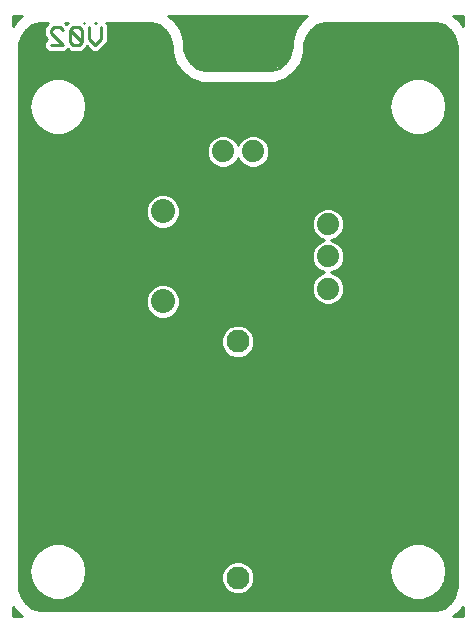
<source format=gbl>
G75*
%MOIN*%
%OFA0B0*%
%FSLAX25Y25*%
%IPPOS*%
%LPD*%
%AMOC8*
5,1,8,0,0,1.08239X$1,22.5*
%
%ADD10C,0.01100*%
%ADD11C,0.07400*%
%ADD12C,0.08000*%
%ADD13C,0.07677*%
%ADD14C,0.01000*%
D10*
X0034351Y0230550D02*
X0038287Y0230550D01*
X0034351Y0234487D01*
X0034351Y0235471D01*
X0035335Y0236455D01*
X0037303Y0236455D01*
X0038287Y0235471D01*
X0040796Y0235471D02*
X0044733Y0231534D01*
X0043749Y0230550D01*
X0041780Y0230550D01*
X0040796Y0231534D01*
X0040796Y0235471D01*
X0041780Y0236455D01*
X0043749Y0236455D01*
X0044733Y0235471D01*
X0044733Y0231534D01*
X0047242Y0232518D02*
X0047242Y0236455D01*
X0051178Y0236455D02*
X0051178Y0232518D01*
X0049210Y0230550D01*
X0047242Y0232518D01*
D11*
X0091728Y0195000D03*
X0101728Y0195000D03*
X0126728Y0170700D03*
X0126728Y0160000D03*
X0126728Y0149300D03*
D12*
X0071728Y0145000D03*
X0071728Y0175000D03*
D13*
X0096728Y0131654D03*
X0096728Y0052913D03*
D14*
X0024906Y0040000D02*
X0021728Y0040000D01*
X0024906Y0040000D01*
X0023066Y0041337D01*
X0023066Y0041337D01*
X0023066Y0041337D01*
X0021728Y0043178D01*
X0021728Y0040000D01*
X0021728Y0040999D02*
X0023532Y0040999D01*
X0022586Y0041997D02*
X0021728Y0041997D01*
X0021728Y0042996D02*
X0021861Y0042996D01*
X0025722Y0044993D02*
X0167735Y0044993D01*
X0167314Y0044414D02*
X0165315Y0042961D01*
X0162964Y0042197D01*
X0161728Y0042100D01*
X0031728Y0042100D01*
X0030493Y0042197D01*
X0028142Y0042961D01*
X0026142Y0044414D01*
X0024689Y0046413D01*
X0023926Y0048764D01*
X0023828Y0050000D01*
X0023828Y0230000D01*
X0023926Y0231236D01*
X0024689Y0233587D01*
X0026142Y0235586D01*
X0028142Y0237039D01*
X0030493Y0237803D01*
X0031728Y0237900D01*
X0033598Y0237900D01*
X0033085Y0237387D01*
X0032857Y0237159D01*
X0032101Y0236403D01*
X0032101Y0233555D01*
X0033137Y0232518D01*
X0032101Y0231482D01*
X0032101Y0229618D01*
X0033419Y0228300D01*
X0039219Y0228300D01*
X0040034Y0229115D01*
X0040848Y0228300D01*
X0044681Y0228300D01*
X0045665Y0229284D01*
X0046479Y0230099D01*
X0048278Y0228300D01*
X0050142Y0228300D01*
X0051460Y0229618D01*
X0053428Y0231586D01*
X0053428Y0237387D01*
X0052915Y0237900D01*
X0066728Y0237900D01*
X0067964Y0237803D01*
X0070315Y0237039D01*
X0072314Y0235586D01*
X0073767Y0233587D01*
X0074531Y0231236D01*
X0074628Y0230000D01*
X0074628Y0228084D01*
X0075813Y0224438D01*
X0078066Y0221337D01*
X0081167Y0219084D01*
X0084812Y0217900D01*
X0087598Y0217900D01*
X0105858Y0217900D01*
X0108645Y0217900D01*
X0112290Y0219084D01*
X0115391Y0221337D01*
X0117644Y0224438D01*
X0117644Y0224438D01*
X0118828Y0228084D01*
X0118828Y0230000D01*
X0118926Y0231236D01*
X0119689Y0233587D01*
X0121142Y0235586D01*
X0123142Y0237039D01*
X0125493Y0237803D01*
X0126728Y0237900D01*
X0161728Y0237900D01*
X0162964Y0237803D01*
X0165315Y0237039D01*
X0167314Y0235586D01*
X0168767Y0233587D01*
X0169531Y0231236D01*
X0169628Y0230000D01*
X0169628Y0050000D01*
X0169531Y0048764D01*
X0168767Y0046413D01*
X0167314Y0044414D01*
X0166737Y0043994D02*
X0026720Y0043994D01*
X0028094Y0042996D02*
X0165362Y0042996D01*
X0168550Y0040000D02*
X0171728Y0040000D01*
X0171728Y0043178D01*
X0170391Y0041337D01*
X0170391Y0041337D01*
X0170391Y0041337D01*
X0168550Y0040000D01*
X0171728Y0040000D01*
X0171728Y0040999D02*
X0169925Y0040999D01*
X0170870Y0041997D02*
X0171728Y0041997D01*
X0171728Y0042996D02*
X0171596Y0042996D01*
X0168460Y0045991D02*
X0159460Y0045991D01*
X0158386Y0045600D02*
X0161501Y0046734D01*
X0164040Y0048865D01*
X0165698Y0051735D01*
X0165698Y0051735D01*
X0166273Y0055000D01*
X0165698Y0058265D01*
X0164040Y0061135D01*
X0164040Y0061135D01*
X0161501Y0063266D01*
X0161501Y0063266D01*
X0158386Y0064400D01*
X0155071Y0064400D01*
X0151956Y0063266D01*
X0149416Y0061135D01*
X0147759Y0058265D01*
X0147759Y0058265D01*
X0147183Y0055000D01*
X0147759Y0051735D01*
X0149416Y0048865D01*
X0149416Y0048865D01*
X0151956Y0046734D01*
X0155071Y0045600D01*
X0157598Y0045600D01*
X0158386Y0045600D01*
X0158386Y0045600D01*
X0161501Y0046734D02*
X0161501Y0046734D01*
X0161806Y0046990D02*
X0168954Y0046990D01*
X0169279Y0047988D02*
X0162996Y0047988D01*
X0164040Y0048865D02*
X0164040Y0048865D01*
X0164040Y0048865D01*
X0164111Y0048987D02*
X0169549Y0048987D01*
X0169627Y0049985D02*
X0164687Y0049985D01*
X0165264Y0050984D02*
X0169628Y0050984D01*
X0169628Y0051982D02*
X0165741Y0051982D01*
X0165917Y0052981D02*
X0169628Y0052981D01*
X0169628Y0053979D02*
X0166093Y0053979D01*
X0166269Y0054978D02*
X0169628Y0054978D01*
X0169628Y0055976D02*
X0166101Y0055976D01*
X0166273Y0055000D02*
X0166273Y0055000D01*
X0165925Y0056975D02*
X0169628Y0056975D01*
X0169628Y0057973D02*
X0165749Y0057973D01*
X0165698Y0058265D02*
X0165698Y0058265D01*
X0165289Y0058972D02*
X0169628Y0058972D01*
X0169628Y0059970D02*
X0164713Y0059970D01*
X0164136Y0060969D02*
X0169628Y0060969D01*
X0169628Y0061967D02*
X0163049Y0061967D01*
X0161859Y0062966D02*
X0169628Y0062966D01*
X0169628Y0063964D02*
X0159583Y0063964D01*
X0153874Y0063964D02*
X0039583Y0063964D01*
X0038386Y0064400D02*
X0035071Y0064400D01*
X0031956Y0063266D01*
X0029416Y0061135D01*
X0027759Y0058265D01*
X0027183Y0055000D01*
X0027759Y0051735D01*
X0029416Y0048865D01*
X0029416Y0048865D01*
X0031956Y0046734D01*
X0035071Y0045600D01*
X0035858Y0045600D01*
X0038386Y0045600D01*
X0041501Y0046734D01*
X0044040Y0048865D01*
X0045698Y0051735D01*
X0045698Y0051735D01*
X0046273Y0055000D01*
X0045698Y0058265D01*
X0044040Y0061135D01*
X0044040Y0061135D01*
X0041501Y0063266D01*
X0041501Y0063266D01*
X0038386Y0064400D01*
X0041859Y0062966D02*
X0151598Y0062966D01*
X0151956Y0063266D02*
X0151956Y0063266D01*
X0150408Y0061967D02*
X0043049Y0061967D01*
X0044136Y0060969D02*
X0149320Y0060969D01*
X0149416Y0061135D02*
X0149416Y0061135D01*
X0149416Y0061135D01*
X0148744Y0059970D02*
X0044713Y0059970D01*
X0045289Y0058972D02*
X0148167Y0058972D01*
X0147708Y0057973D02*
X0098986Y0057973D01*
X0099866Y0057609D02*
X0097830Y0058452D01*
X0095627Y0058452D01*
X0093591Y0057609D01*
X0092033Y0056051D01*
X0091190Y0054015D01*
X0091190Y0051812D01*
X0092033Y0049776D01*
X0093591Y0048218D01*
X0095627Y0047375D01*
X0097830Y0047375D01*
X0099866Y0048218D01*
X0101424Y0049776D01*
X0102267Y0051812D01*
X0102267Y0054015D01*
X0101424Y0056051D01*
X0099866Y0057609D01*
X0100500Y0056975D02*
X0147532Y0056975D01*
X0147355Y0055976D02*
X0101455Y0055976D01*
X0101868Y0054978D02*
X0147187Y0054978D01*
X0147183Y0055000D02*
X0147183Y0055000D01*
X0147363Y0053979D02*
X0102267Y0053979D01*
X0102267Y0052981D02*
X0147539Y0052981D01*
X0147715Y0051982D02*
X0102267Y0051982D01*
X0101924Y0050984D02*
X0148193Y0050984D01*
X0147759Y0051735D02*
X0147759Y0051735D01*
X0148770Y0049985D02*
X0101510Y0049985D01*
X0100634Y0048987D02*
X0149346Y0048987D01*
X0150461Y0047988D02*
X0099311Y0047988D01*
X0094146Y0047988D02*
X0042996Y0047988D01*
X0044040Y0048865D02*
X0044040Y0048865D01*
X0044040Y0048865D01*
X0044111Y0048987D02*
X0092822Y0048987D01*
X0091946Y0049985D02*
X0044687Y0049985D01*
X0045264Y0050984D02*
X0091533Y0050984D01*
X0091190Y0051982D02*
X0045741Y0051982D01*
X0045917Y0052981D02*
X0091190Y0052981D01*
X0091190Y0053979D02*
X0046093Y0053979D01*
X0046269Y0054978D02*
X0091588Y0054978D01*
X0092002Y0055976D02*
X0046101Y0055976D01*
X0046273Y0055000D02*
X0046273Y0055000D01*
X0045925Y0056975D02*
X0092957Y0056975D01*
X0094471Y0057973D02*
X0045749Y0057973D01*
X0045698Y0058265D02*
X0045698Y0058265D01*
X0033874Y0063964D02*
X0023828Y0063964D01*
X0023828Y0062966D02*
X0031598Y0062966D01*
X0031956Y0063266D02*
X0031956Y0063266D01*
X0030408Y0061967D02*
X0023828Y0061967D01*
X0023828Y0060969D02*
X0029320Y0060969D01*
X0028744Y0059970D02*
X0023828Y0059970D01*
X0023828Y0058972D02*
X0028167Y0058972D01*
X0027759Y0058265D02*
X0027759Y0058265D01*
X0027708Y0057973D02*
X0023828Y0057973D01*
X0023828Y0056975D02*
X0027532Y0056975D01*
X0027355Y0055976D02*
X0023828Y0055976D01*
X0023828Y0054978D02*
X0027187Y0054978D01*
X0027363Y0053979D02*
X0023828Y0053979D01*
X0023828Y0052981D02*
X0027539Y0052981D01*
X0027715Y0051982D02*
X0023828Y0051982D01*
X0023828Y0050984D02*
X0028193Y0050984D01*
X0027759Y0051735D02*
X0027759Y0051735D01*
X0028770Y0049985D02*
X0023830Y0049985D01*
X0023908Y0048987D02*
X0029346Y0048987D01*
X0030461Y0047988D02*
X0024178Y0047988D01*
X0024502Y0046990D02*
X0031651Y0046990D01*
X0031956Y0046734D02*
X0031956Y0046734D01*
X0033996Y0045991D02*
X0024996Y0045991D01*
X0039460Y0045991D02*
X0153996Y0045991D01*
X0151956Y0046734D02*
X0151956Y0046734D01*
X0151651Y0046990D02*
X0041806Y0046990D01*
X0041501Y0046734D02*
X0041501Y0046734D01*
X0023828Y0064963D02*
X0169628Y0064963D01*
X0169628Y0065961D02*
X0023828Y0065961D01*
X0023828Y0066960D02*
X0169628Y0066960D01*
X0169628Y0067958D02*
X0023828Y0067958D01*
X0023828Y0068957D02*
X0169628Y0068957D01*
X0169628Y0069955D02*
X0023828Y0069955D01*
X0023828Y0070954D02*
X0169628Y0070954D01*
X0169628Y0071952D02*
X0023828Y0071952D01*
X0023828Y0072951D02*
X0169628Y0072951D01*
X0169628Y0073949D02*
X0023828Y0073949D01*
X0023828Y0074948D02*
X0169628Y0074948D01*
X0169628Y0075946D02*
X0023828Y0075946D01*
X0023828Y0076945D02*
X0169628Y0076945D01*
X0169628Y0077943D02*
X0023828Y0077943D01*
X0023828Y0078942D02*
X0169628Y0078942D01*
X0169628Y0079940D02*
X0023828Y0079940D01*
X0023828Y0080939D02*
X0169628Y0080939D01*
X0169628Y0081937D02*
X0023828Y0081937D01*
X0023828Y0082936D02*
X0169628Y0082936D01*
X0169628Y0083934D02*
X0023828Y0083934D01*
X0023828Y0084933D02*
X0169628Y0084933D01*
X0169628Y0085932D02*
X0023828Y0085932D01*
X0023828Y0086930D02*
X0169628Y0086930D01*
X0169628Y0087929D02*
X0023828Y0087929D01*
X0023828Y0088927D02*
X0169628Y0088927D01*
X0169628Y0089926D02*
X0023828Y0089926D01*
X0023828Y0090924D02*
X0169628Y0090924D01*
X0169628Y0091923D02*
X0023828Y0091923D01*
X0023828Y0092921D02*
X0169628Y0092921D01*
X0169628Y0093920D02*
X0023828Y0093920D01*
X0023828Y0094918D02*
X0169628Y0094918D01*
X0169628Y0095917D02*
X0023828Y0095917D01*
X0023828Y0096915D02*
X0169628Y0096915D01*
X0169628Y0097914D02*
X0023828Y0097914D01*
X0023828Y0098912D02*
X0169628Y0098912D01*
X0169628Y0099911D02*
X0023828Y0099911D01*
X0023828Y0100909D02*
X0169628Y0100909D01*
X0169628Y0101908D02*
X0023828Y0101908D01*
X0023828Y0102906D02*
X0169628Y0102906D01*
X0169628Y0103905D02*
X0023828Y0103905D01*
X0023828Y0104903D02*
X0169628Y0104903D01*
X0169628Y0105902D02*
X0023828Y0105902D01*
X0023828Y0106900D02*
X0169628Y0106900D01*
X0169628Y0107899D02*
X0023828Y0107899D01*
X0023828Y0108897D02*
X0169628Y0108897D01*
X0169628Y0109896D02*
X0023828Y0109896D01*
X0023828Y0110894D02*
X0169628Y0110894D01*
X0169628Y0111893D02*
X0023828Y0111893D01*
X0023828Y0112891D02*
X0169628Y0112891D01*
X0169628Y0113890D02*
X0023828Y0113890D01*
X0023828Y0114888D02*
X0169628Y0114888D01*
X0169628Y0115887D02*
X0023828Y0115887D01*
X0023828Y0116885D02*
X0169628Y0116885D01*
X0169628Y0117884D02*
X0023828Y0117884D01*
X0023828Y0118882D02*
X0169628Y0118882D01*
X0169628Y0119881D02*
X0023828Y0119881D01*
X0023828Y0120879D02*
X0169628Y0120879D01*
X0169628Y0121878D02*
X0023828Y0121878D01*
X0023828Y0122876D02*
X0169628Y0122876D01*
X0169628Y0123875D02*
X0023828Y0123875D01*
X0023828Y0124873D02*
X0169628Y0124873D01*
X0169628Y0125872D02*
X0023828Y0125872D01*
X0023828Y0126870D02*
X0093803Y0126870D01*
X0093591Y0126958D02*
X0095627Y0126115D01*
X0097830Y0126115D01*
X0099866Y0126958D01*
X0101424Y0128516D01*
X0102267Y0130552D01*
X0102267Y0132755D01*
X0101424Y0134791D01*
X0099866Y0136349D01*
X0097830Y0137192D01*
X0095627Y0137192D01*
X0093591Y0136349D01*
X0092033Y0134791D01*
X0091190Y0132755D01*
X0091190Y0130552D01*
X0092033Y0128516D01*
X0093591Y0126958D01*
X0092680Y0127869D02*
X0023828Y0127869D01*
X0023828Y0128868D02*
X0091887Y0128868D01*
X0091474Y0129866D02*
X0023828Y0129866D01*
X0023828Y0130865D02*
X0091190Y0130865D01*
X0091190Y0131863D02*
X0023828Y0131863D01*
X0023828Y0132862D02*
X0091234Y0132862D01*
X0091647Y0133860D02*
X0023828Y0133860D01*
X0023828Y0134859D02*
X0092101Y0134859D01*
X0093099Y0135857D02*
X0023828Y0135857D01*
X0023828Y0136856D02*
X0094814Y0136856D01*
X0098642Y0136856D02*
X0169628Y0136856D01*
X0169628Y0137854D02*
X0023828Y0137854D01*
X0023828Y0138853D02*
X0169628Y0138853D01*
X0169628Y0139851D02*
X0074193Y0139851D01*
X0074957Y0140168D02*
X0072862Y0139300D01*
X0070595Y0139300D01*
X0068500Y0140168D01*
X0066896Y0141771D01*
X0066028Y0143866D01*
X0066028Y0146134D01*
X0066896Y0148229D01*
X0068500Y0149832D01*
X0070595Y0150700D01*
X0072862Y0150700D01*
X0074957Y0149832D01*
X0076561Y0148229D01*
X0077428Y0146134D01*
X0077428Y0143866D01*
X0076561Y0141771D01*
X0074957Y0140168D01*
X0075639Y0140850D02*
X0169628Y0140850D01*
X0169628Y0141848D02*
X0076592Y0141848D01*
X0077006Y0142847D02*
X0169628Y0142847D01*
X0169628Y0143845D02*
X0077420Y0143845D01*
X0077428Y0144844D02*
X0123548Y0144844D01*
X0123669Y0144722D02*
X0125654Y0143900D01*
X0127802Y0143900D01*
X0129787Y0144722D01*
X0131306Y0146241D01*
X0132128Y0148226D01*
X0132128Y0150374D01*
X0131306Y0152359D01*
X0129787Y0153878D01*
X0127923Y0154650D01*
X0129787Y0155422D01*
X0131306Y0156941D01*
X0132128Y0158926D01*
X0132128Y0161074D01*
X0131306Y0163059D01*
X0129787Y0164578D01*
X0127923Y0165350D01*
X0129787Y0166122D01*
X0131306Y0167641D01*
X0132128Y0169626D01*
X0132128Y0171774D01*
X0131306Y0173759D01*
X0129787Y0175278D01*
X0127802Y0176100D01*
X0125654Y0176100D01*
X0123669Y0175278D01*
X0122150Y0173759D01*
X0121328Y0171774D01*
X0121328Y0169626D01*
X0122150Y0167641D01*
X0123669Y0166122D01*
X0125534Y0165350D01*
X0123669Y0164578D01*
X0122150Y0163059D01*
X0121328Y0161074D01*
X0121328Y0158926D01*
X0122150Y0156941D01*
X0123669Y0155422D01*
X0125534Y0154650D01*
X0123669Y0153878D01*
X0122150Y0152359D01*
X0121328Y0150374D01*
X0121328Y0148226D01*
X0122150Y0146241D01*
X0123669Y0144722D01*
X0122549Y0145842D02*
X0077428Y0145842D01*
X0077136Y0146841D02*
X0121902Y0146841D01*
X0121488Y0147839D02*
X0076722Y0147839D01*
X0075952Y0148838D02*
X0121328Y0148838D01*
X0121328Y0149836D02*
X0074947Y0149836D01*
X0068509Y0149836D02*
X0023828Y0149836D01*
X0023828Y0148838D02*
X0067505Y0148838D01*
X0066735Y0147839D02*
X0023828Y0147839D01*
X0023828Y0146841D02*
X0066321Y0146841D01*
X0066028Y0145842D02*
X0023828Y0145842D01*
X0023828Y0144844D02*
X0066028Y0144844D01*
X0066037Y0143845D02*
X0023828Y0143845D01*
X0023828Y0142847D02*
X0066451Y0142847D01*
X0066864Y0141848D02*
X0023828Y0141848D01*
X0023828Y0140850D02*
X0067818Y0140850D01*
X0069264Y0139851D02*
X0023828Y0139851D01*
X0023828Y0150835D02*
X0121519Y0150835D01*
X0121933Y0151833D02*
X0023828Y0151833D01*
X0023828Y0152832D02*
X0122623Y0152832D01*
X0123622Y0153830D02*
X0023828Y0153830D01*
X0023828Y0154829D02*
X0125102Y0154829D01*
X0123264Y0155827D02*
X0023828Y0155827D01*
X0023828Y0156826D02*
X0122266Y0156826D01*
X0121785Y0157824D02*
X0023828Y0157824D01*
X0023828Y0158823D02*
X0121371Y0158823D01*
X0121328Y0159821D02*
X0023828Y0159821D01*
X0023828Y0160820D02*
X0121328Y0160820D01*
X0121637Y0161818D02*
X0023828Y0161818D01*
X0023828Y0162817D02*
X0122050Y0162817D01*
X0122907Y0163815D02*
X0023828Y0163815D01*
X0023828Y0164814D02*
X0124239Y0164814D01*
X0124417Y0165812D02*
X0023828Y0165812D01*
X0023828Y0166811D02*
X0122981Y0166811D01*
X0122081Y0167809D02*
X0023828Y0167809D01*
X0023828Y0168808D02*
X0121667Y0168808D01*
X0121328Y0169806D02*
X0074085Y0169806D01*
X0074957Y0170168D02*
X0076561Y0171771D01*
X0077428Y0173866D01*
X0077428Y0176134D01*
X0076561Y0178229D01*
X0074957Y0179832D01*
X0072862Y0180700D01*
X0070595Y0180700D01*
X0068500Y0179832D01*
X0066896Y0178229D01*
X0066028Y0176134D01*
X0066028Y0173866D01*
X0066896Y0171771D01*
X0068500Y0170168D01*
X0070595Y0169300D01*
X0072862Y0169300D01*
X0074957Y0170168D01*
X0075594Y0170805D02*
X0121328Y0170805D01*
X0121341Y0171803D02*
X0076574Y0171803D01*
X0076988Y0172802D02*
X0121754Y0172802D01*
X0122192Y0173801D02*
X0077401Y0173801D01*
X0077428Y0174799D02*
X0123191Y0174799D01*
X0124924Y0175798D02*
X0077428Y0175798D01*
X0077154Y0176796D02*
X0169628Y0176796D01*
X0169628Y0175798D02*
X0128533Y0175798D01*
X0130266Y0174799D02*
X0169628Y0174799D01*
X0169628Y0173801D02*
X0131265Y0173801D01*
X0131703Y0172802D02*
X0169628Y0172802D01*
X0169628Y0171803D02*
X0132116Y0171803D01*
X0132128Y0170805D02*
X0169628Y0170805D01*
X0169628Y0169806D02*
X0132128Y0169806D01*
X0131790Y0168808D02*
X0169628Y0168808D01*
X0169628Y0167809D02*
X0131376Y0167809D01*
X0130476Y0166811D02*
X0169628Y0166811D01*
X0169628Y0165812D02*
X0129040Y0165812D01*
X0129217Y0164814D02*
X0169628Y0164814D01*
X0169628Y0163815D02*
X0130550Y0163815D01*
X0131406Y0162817D02*
X0169628Y0162817D01*
X0169628Y0161818D02*
X0131820Y0161818D01*
X0132128Y0160820D02*
X0169628Y0160820D01*
X0169628Y0159821D02*
X0132128Y0159821D01*
X0132086Y0158823D02*
X0169628Y0158823D01*
X0169628Y0157824D02*
X0131672Y0157824D01*
X0131191Y0156826D02*
X0169628Y0156826D01*
X0169628Y0155827D02*
X0130192Y0155827D01*
X0129835Y0153830D02*
X0169628Y0153830D01*
X0169628Y0152832D02*
X0130833Y0152832D01*
X0131524Y0151833D02*
X0169628Y0151833D01*
X0169628Y0150835D02*
X0131938Y0150835D01*
X0132128Y0149836D02*
X0169628Y0149836D01*
X0169628Y0148838D02*
X0132128Y0148838D01*
X0131968Y0147839D02*
X0169628Y0147839D01*
X0169628Y0146841D02*
X0131555Y0146841D01*
X0130907Y0145842D02*
X0169628Y0145842D01*
X0169628Y0144844D02*
X0129909Y0144844D01*
X0128355Y0154829D02*
X0169628Y0154829D01*
X0169628Y0135857D02*
X0100358Y0135857D01*
X0101356Y0134859D02*
X0169628Y0134859D01*
X0169628Y0133860D02*
X0101809Y0133860D01*
X0102223Y0132862D02*
X0169628Y0132862D01*
X0169628Y0131863D02*
X0102267Y0131863D01*
X0102267Y0130865D02*
X0169628Y0130865D01*
X0169628Y0129866D02*
X0101983Y0129866D01*
X0101569Y0128868D02*
X0169628Y0128868D01*
X0169628Y0127869D02*
X0100777Y0127869D01*
X0099654Y0126870D02*
X0169628Y0126870D01*
X0169628Y0177795D02*
X0076740Y0177795D01*
X0075996Y0178793D02*
X0169628Y0178793D01*
X0169628Y0179792D02*
X0074998Y0179792D01*
X0068459Y0179792D02*
X0023828Y0179792D01*
X0023828Y0180790D02*
X0169628Y0180790D01*
X0169628Y0181789D02*
X0023828Y0181789D01*
X0023828Y0182787D02*
X0169628Y0182787D01*
X0169628Y0183786D02*
X0023828Y0183786D01*
X0023828Y0184784D02*
X0169628Y0184784D01*
X0169628Y0185783D02*
X0023828Y0185783D01*
X0023828Y0186781D02*
X0169628Y0186781D01*
X0169628Y0187780D02*
X0023828Y0187780D01*
X0023828Y0188778D02*
X0169628Y0188778D01*
X0169628Y0189777D02*
X0103229Y0189777D01*
X0102802Y0189600D02*
X0104787Y0190422D01*
X0106306Y0191941D01*
X0107128Y0193926D01*
X0107128Y0196074D01*
X0106306Y0198059D01*
X0104787Y0199578D01*
X0102802Y0200400D01*
X0100654Y0200400D01*
X0098669Y0199578D01*
X0097150Y0198059D01*
X0096728Y0197040D01*
X0096306Y0198059D01*
X0094787Y0199578D01*
X0092802Y0200400D01*
X0090654Y0200400D01*
X0088669Y0199578D01*
X0087150Y0198059D01*
X0086328Y0196074D01*
X0086328Y0193926D01*
X0087150Y0191941D01*
X0088669Y0190422D01*
X0090654Y0189600D01*
X0092802Y0189600D01*
X0094787Y0190422D01*
X0096306Y0191941D01*
X0096728Y0192960D01*
X0097150Y0191941D01*
X0098669Y0190422D01*
X0100654Y0189600D01*
X0102802Y0189600D01*
X0100228Y0189777D02*
X0093229Y0189777D01*
X0095140Y0190775D02*
X0098316Y0190775D01*
X0097318Y0191774D02*
X0096139Y0191774D01*
X0096650Y0192772D02*
X0096806Y0192772D01*
X0090228Y0189777D02*
X0023828Y0189777D01*
X0023828Y0190775D02*
X0088316Y0190775D01*
X0087318Y0191774D02*
X0023828Y0191774D01*
X0023828Y0192772D02*
X0086806Y0192772D01*
X0086393Y0193771D02*
X0023828Y0193771D01*
X0023828Y0194769D02*
X0086328Y0194769D01*
X0086328Y0195768D02*
X0023828Y0195768D01*
X0023828Y0196766D02*
X0086615Y0196766D01*
X0087029Y0197765D02*
X0023828Y0197765D01*
X0023828Y0198763D02*
X0087855Y0198763D01*
X0089114Y0199762D02*
X0023828Y0199762D01*
X0023828Y0200760D02*
X0034630Y0200760D01*
X0035071Y0200600D02*
X0037598Y0200600D01*
X0038386Y0200600D01*
X0041501Y0201734D01*
X0044040Y0203865D01*
X0045698Y0206735D01*
X0045698Y0206735D01*
X0046273Y0210000D01*
X0045698Y0213265D01*
X0044040Y0216135D01*
X0044040Y0216135D01*
X0041501Y0218266D01*
X0041501Y0218266D01*
X0038386Y0219400D01*
X0035071Y0219400D01*
X0031956Y0218266D01*
X0029416Y0216135D01*
X0027759Y0213265D01*
X0027759Y0213265D01*
X0027183Y0210000D01*
X0027759Y0206735D01*
X0029416Y0203865D01*
X0029416Y0203865D01*
X0031956Y0201734D01*
X0035071Y0200600D01*
X0038386Y0200600D02*
X0038386Y0200600D01*
X0038826Y0200760D02*
X0154630Y0200760D01*
X0155071Y0200600D02*
X0155858Y0200600D01*
X0158386Y0200600D01*
X0161501Y0201734D01*
X0164040Y0203865D01*
X0165698Y0206735D01*
X0165698Y0206735D01*
X0166273Y0210000D01*
X0165698Y0213265D01*
X0164040Y0216135D01*
X0161501Y0218266D01*
X0161501Y0218266D01*
X0158386Y0219400D01*
X0155071Y0219400D01*
X0151956Y0218266D01*
X0149416Y0216135D01*
X0147759Y0213265D01*
X0147759Y0213265D01*
X0147183Y0210000D01*
X0147759Y0206735D01*
X0149416Y0203865D01*
X0149416Y0203865D01*
X0151956Y0201734D01*
X0155071Y0200600D01*
X0151956Y0201734D02*
X0151956Y0201734D01*
X0151926Y0201759D02*
X0041531Y0201759D01*
X0041501Y0201734D02*
X0041501Y0201734D01*
X0042721Y0202757D02*
X0150736Y0202757D01*
X0149546Y0203756D02*
X0043911Y0203756D01*
X0044040Y0203865D02*
X0044040Y0203865D01*
X0044040Y0203865D01*
X0044554Y0204754D02*
X0148903Y0204754D01*
X0148326Y0205753D02*
X0045130Y0205753D01*
X0045701Y0206751D02*
X0147756Y0206751D01*
X0147759Y0206735D02*
X0147759Y0206735D01*
X0147580Y0207750D02*
X0045877Y0207750D01*
X0046053Y0208748D02*
X0147404Y0208748D01*
X0147228Y0209747D02*
X0046229Y0209747D01*
X0046273Y0210000D02*
X0046273Y0210000D01*
X0046142Y0210745D02*
X0147315Y0210745D01*
X0147183Y0210000D02*
X0147183Y0210000D01*
X0147491Y0211744D02*
X0045966Y0211744D01*
X0045790Y0212742D02*
X0147667Y0212742D01*
X0148034Y0213741D02*
X0045423Y0213741D01*
X0045698Y0213265D02*
X0045698Y0213265D01*
X0044846Y0214739D02*
X0148611Y0214739D01*
X0149187Y0215738D02*
X0044270Y0215738D01*
X0043324Y0216737D02*
X0150133Y0216737D01*
X0149416Y0216135D02*
X0149416Y0216135D01*
X0149416Y0216135D01*
X0151323Y0217735D02*
X0042134Y0217735D01*
X0040217Y0218734D02*
X0082247Y0218734D01*
X0081167Y0219084D02*
X0081167Y0219084D01*
X0080275Y0219732D02*
X0023828Y0219732D01*
X0023828Y0218734D02*
X0033240Y0218734D01*
X0031956Y0218266D02*
X0031956Y0218266D01*
X0031323Y0217735D02*
X0023828Y0217735D01*
X0023828Y0216737D02*
X0030133Y0216737D01*
X0029416Y0216135D02*
X0029416Y0216135D01*
X0029416Y0216135D01*
X0029187Y0215738D02*
X0023828Y0215738D01*
X0023828Y0214739D02*
X0028611Y0214739D01*
X0028034Y0213741D02*
X0023828Y0213741D01*
X0023828Y0212742D02*
X0027667Y0212742D01*
X0027491Y0211744D02*
X0023828Y0211744D01*
X0023828Y0210745D02*
X0027315Y0210745D01*
X0027183Y0210000D02*
X0027183Y0210000D01*
X0027228Y0209747D02*
X0023828Y0209747D01*
X0023828Y0208748D02*
X0027404Y0208748D01*
X0027580Y0207750D02*
X0023828Y0207750D01*
X0023828Y0206751D02*
X0027756Y0206751D01*
X0027759Y0206735D02*
X0027759Y0206735D01*
X0028326Y0205753D02*
X0023828Y0205753D01*
X0023828Y0204754D02*
X0028903Y0204754D01*
X0029546Y0203756D02*
X0023828Y0203756D01*
X0023828Y0202757D02*
X0030736Y0202757D01*
X0031926Y0201759D02*
X0023828Y0201759D01*
X0031956Y0201734D02*
X0031956Y0201734D01*
X0023828Y0220731D02*
X0078901Y0220731D01*
X0078066Y0221337D02*
X0078066Y0221337D01*
X0078066Y0221337D01*
X0077781Y0221729D02*
X0023828Y0221729D01*
X0023828Y0222728D02*
X0077056Y0222728D01*
X0076330Y0223726D02*
X0023828Y0223726D01*
X0023828Y0224725D02*
X0075720Y0224725D01*
X0075813Y0224438D02*
X0075813Y0224438D01*
X0075395Y0225723D02*
X0023828Y0225723D01*
X0023828Y0226722D02*
X0075071Y0226722D01*
X0074746Y0227720D02*
X0023828Y0227720D01*
X0023828Y0228719D02*
X0033000Y0228719D01*
X0032101Y0229717D02*
X0023828Y0229717D01*
X0023885Y0230716D02*
X0032101Y0230716D01*
X0032333Y0231714D02*
X0024081Y0231714D01*
X0024405Y0232713D02*
X0032943Y0232713D01*
X0032101Y0233711D02*
X0024780Y0233711D01*
X0025505Y0234710D02*
X0032101Y0234710D01*
X0032101Y0235708D02*
X0026310Y0235708D01*
X0027685Y0236707D02*
X0032405Y0236707D01*
X0033085Y0237387D02*
X0033085Y0237387D01*
X0033403Y0237705D02*
X0030192Y0237705D01*
X0024906Y0240000D02*
X0023066Y0238663D01*
X0023066Y0238663D01*
X0023066Y0238663D01*
X0021728Y0236822D01*
X0021728Y0240000D01*
X0024906Y0240000D01*
X0024497Y0239702D02*
X0021728Y0239702D01*
X0021728Y0238704D02*
X0023122Y0238704D01*
X0022370Y0237705D02*
X0021728Y0237705D01*
X0039040Y0237900D02*
X0040043Y0237900D01*
X0039542Y0237398D01*
X0039040Y0237900D01*
X0039235Y0237705D02*
X0039849Y0237705D01*
X0045486Y0237900D02*
X0045505Y0237900D01*
X0045495Y0237891D01*
X0045486Y0237900D01*
X0048979Y0237900D02*
X0049441Y0237900D01*
X0049210Y0237669D01*
X0048979Y0237900D01*
X0049173Y0237705D02*
X0049247Y0237705D01*
X0053110Y0237705D02*
X0068264Y0237705D01*
X0070772Y0236707D02*
X0053428Y0236707D01*
X0053428Y0235708D02*
X0072146Y0235708D01*
X0072951Y0234710D02*
X0053428Y0234710D01*
X0053428Y0233711D02*
X0073677Y0233711D01*
X0074051Y0232713D02*
X0053428Y0232713D01*
X0053428Y0231714D02*
X0074376Y0231714D01*
X0074572Y0230716D02*
X0052558Y0230716D01*
X0051559Y0229717D02*
X0074628Y0229717D01*
X0074628Y0228719D02*
X0050561Y0228719D01*
X0047859Y0228719D02*
X0045099Y0228719D01*
X0046098Y0229717D02*
X0046861Y0229717D01*
X0040430Y0228719D02*
X0039638Y0228719D01*
X0073550Y0240000D02*
X0119906Y0240000D01*
X0118066Y0238663D01*
X0118066Y0238663D01*
X0118066Y0238663D01*
X0115813Y0235562D01*
X0115813Y0235562D01*
X0114628Y0231916D01*
X0114628Y0230000D01*
X0114531Y0228764D01*
X0113767Y0226413D01*
X0112314Y0224414D01*
X0110315Y0222961D01*
X0107964Y0222197D01*
X0106728Y0222100D01*
X0105858Y0222100D01*
X0086728Y0222100D01*
X0085493Y0222197D01*
X0083142Y0222961D01*
X0081142Y0224414D01*
X0079689Y0226413D01*
X0078926Y0228764D01*
X0078828Y0230000D01*
X0078828Y0231916D01*
X0077644Y0235562D01*
X0075391Y0238663D01*
X0073550Y0240000D01*
X0073960Y0239702D02*
X0119497Y0239702D01*
X0118122Y0238704D02*
X0075334Y0238704D01*
X0075391Y0238663D02*
X0075391Y0238663D01*
X0075391Y0238663D01*
X0076087Y0237705D02*
X0117370Y0237705D01*
X0116645Y0236707D02*
X0076812Y0236707D01*
X0077537Y0235708D02*
X0115919Y0235708D01*
X0115536Y0234710D02*
X0077921Y0234710D01*
X0077644Y0235562D02*
X0077644Y0235562D01*
X0078245Y0233711D02*
X0115212Y0233711D01*
X0114887Y0232713D02*
X0078570Y0232713D01*
X0078828Y0231714D02*
X0114628Y0231714D01*
X0114628Y0230716D02*
X0078828Y0230716D01*
X0078851Y0229717D02*
X0114606Y0229717D01*
X0114516Y0228719D02*
X0078940Y0228719D01*
X0079265Y0227720D02*
X0114192Y0227720D01*
X0113867Y0226722D02*
X0079589Y0226722D01*
X0080191Y0225723D02*
X0113266Y0225723D01*
X0112540Y0224725D02*
X0080916Y0224725D01*
X0082089Y0223726D02*
X0111368Y0223726D01*
X0109596Y0222728D02*
X0083860Y0222728D01*
X0111210Y0218734D02*
X0153240Y0218734D01*
X0151956Y0218266D02*
X0151956Y0218266D01*
X0160217Y0218734D02*
X0169628Y0218734D01*
X0169628Y0219732D02*
X0113181Y0219732D01*
X0112290Y0219084D02*
X0112290Y0219084D01*
X0114556Y0220731D02*
X0169628Y0220731D01*
X0169628Y0221729D02*
X0115676Y0221729D01*
X0115391Y0221337D02*
X0115391Y0221337D01*
X0116401Y0222728D02*
X0169628Y0222728D01*
X0169628Y0223726D02*
X0117126Y0223726D01*
X0117737Y0224725D02*
X0169628Y0224725D01*
X0169628Y0225723D02*
X0118061Y0225723D01*
X0118386Y0226722D02*
X0169628Y0226722D01*
X0169628Y0227720D02*
X0118710Y0227720D01*
X0118828Y0228719D02*
X0169628Y0228719D01*
X0169628Y0229717D02*
X0118828Y0229717D01*
X0118885Y0230716D02*
X0169572Y0230716D01*
X0169376Y0231714D02*
X0119081Y0231714D01*
X0119405Y0232713D02*
X0169051Y0232713D01*
X0168677Y0233711D02*
X0119780Y0233711D01*
X0120505Y0234710D02*
X0167951Y0234710D01*
X0167146Y0235708D02*
X0121310Y0235708D01*
X0122685Y0236707D02*
X0165772Y0236707D01*
X0163264Y0237705D02*
X0125192Y0237705D01*
X0162134Y0217735D02*
X0169628Y0217735D01*
X0169628Y0216737D02*
X0163324Y0216737D01*
X0164040Y0216135D02*
X0164040Y0216135D01*
X0164270Y0215738D02*
X0169628Y0215738D01*
X0169628Y0214739D02*
X0164846Y0214739D01*
X0165423Y0213741D02*
X0169628Y0213741D01*
X0169628Y0212742D02*
X0165790Y0212742D01*
X0165698Y0213265D02*
X0165698Y0213265D01*
X0165966Y0211744D02*
X0169628Y0211744D01*
X0169628Y0210745D02*
X0166142Y0210745D01*
X0166273Y0210000D02*
X0166273Y0210000D01*
X0166229Y0209747D02*
X0169628Y0209747D01*
X0169628Y0208748D02*
X0166053Y0208748D01*
X0165877Y0207750D02*
X0169628Y0207750D01*
X0169628Y0206751D02*
X0165701Y0206751D01*
X0165130Y0205753D02*
X0169628Y0205753D01*
X0169628Y0204754D02*
X0164554Y0204754D01*
X0164040Y0203865D02*
X0164040Y0203865D01*
X0164040Y0203865D01*
X0163911Y0203756D02*
X0169628Y0203756D01*
X0169628Y0202757D02*
X0162721Y0202757D01*
X0161531Y0201759D02*
X0169628Y0201759D01*
X0169628Y0200760D02*
X0158826Y0200760D01*
X0161501Y0201734D02*
X0161501Y0201734D01*
X0169628Y0199762D02*
X0104343Y0199762D01*
X0105602Y0198763D02*
X0169628Y0198763D01*
X0169628Y0197765D02*
X0106428Y0197765D01*
X0106842Y0196766D02*
X0169628Y0196766D01*
X0169628Y0195768D02*
X0107128Y0195768D01*
X0107128Y0194769D02*
X0169628Y0194769D01*
X0169628Y0193771D02*
X0107064Y0193771D01*
X0106650Y0192772D02*
X0169628Y0192772D01*
X0169628Y0191774D02*
X0106139Y0191774D01*
X0105140Y0190775D02*
X0169628Y0190775D01*
X0099114Y0199762D02*
X0094343Y0199762D01*
X0095602Y0198763D02*
X0097855Y0198763D01*
X0097029Y0197765D02*
X0096428Y0197765D01*
X0067460Y0178793D02*
X0023828Y0178793D01*
X0023828Y0177795D02*
X0066716Y0177795D01*
X0066303Y0176796D02*
X0023828Y0176796D01*
X0023828Y0175798D02*
X0066028Y0175798D01*
X0066028Y0174799D02*
X0023828Y0174799D01*
X0023828Y0173801D02*
X0066056Y0173801D01*
X0066469Y0172802D02*
X0023828Y0172802D01*
X0023828Y0171803D02*
X0066883Y0171803D01*
X0067862Y0170805D02*
X0023828Y0170805D01*
X0023828Y0169806D02*
X0069372Y0169806D01*
X0168550Y0240000D02*
X0170391Y0238663D01*
X0170391Y0238663D01*
X0170391Y0238663D01*
X0171728Y0236822D01*
X0171728Y0240000D01*
X0168550Y0240000D01*
X0168960Y0239702D02*
X0171728Y0239702D01*
X0171728Y0238704D02*
X0170334Y0238704D01*
X0171087Y0237705D02*
X0171728Y0237705D01*
M02*

</source>
